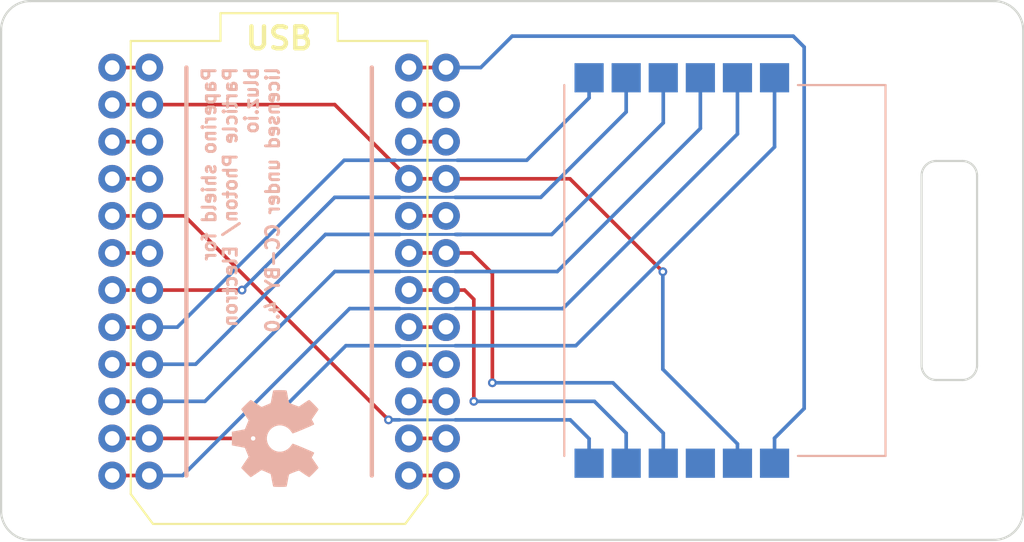
<source format=kicad_pcb>
(kicad_pcb (version 20171130) (host pcbnew "(5.1.12)-1")

  (general
    (thickness 1.6)
    (drawings 33)
    (tracks 108)
    (zones 0)
    (modules 7)
    (nets 25)
  )

  (page A4)
  (layers
    (0 F.Cu signal)
    (31 B.Cu signal)
    (32 B.Adhes user)
    (33 F.Adhes user)
    (34 B.Paste user)
    (35 F.Paste user)
    (36 B.SilkS user)
    (37 F.SilkS user)
    (38 B.Mask user)
    (39 F.Mask user)
    (40 Dwgs.User user)
    (41 Cmts.User user)
    (42 Eco1.User user)
    (43 Eco2.User user)
    (44 Edge.Cuts user)
    (45 Margin user)
    (46 B.CrtYd user)
    (47 F.CrtYd user)
    (48 B.Fab user)
    (49 F.Fab user)
  )

  (setup
    (last_trace_width 0.25)
    (user_trace_width 0.2)
    (user_trace_width 0.25)
    (trace_clearance 0.2)
    (zone_clearance 0.3)
    (zone_45_only yes)
    (trace_min 0.2)
    (via_size 0.6)
    (via_drill 0.3)
    (via_min_size 0.4)
    (via_min_drill 0.3)
    (uvia_size 0.3)
    (uvia_drill 0.1)
    (uvias_allowed no)
    (uvia_min_size 0.2)
    (uvia_min_drill 0.1)
    (edge_width 0.15)
    (segment_width 0.3)
    (pcb_text_width 0.3)
    (pcb_text_size 1.5 1.5)
    (mod_edge_width 0.15)
    (mod_text_size 1 1)
    (mod_text_width 0.15)
    (pad_size 1.524 1.524)
    (pad_drill 0.762)
    (pad_to_mask_clearance 0.1)
    (aux_axis_origin 0 0)
    (grid_origin 110.15 67.65)
    (visible_elements 7FFFFFFF)
    (pcbplotparams
      (layerselection 0x00030_80000001)
      (usegerberextensions false)
      (usegerberattributes true)
      (usegerberadvancedattributes true)
      (creategerberjobfile true)
      (excludeedgelayer true)
      (linewidth 0.100000)
      (plotframeref false)
      (viasonmask false)
      (mode 1)
      (useauxorigin false)
      (hpglpennumber 1)
      (hpglpenspeed 20)
      (hpglpendiameter 15.000000)
      (psnegative false)
      (psa4output false)
      (plotreference true)
      (plotvalue true)
      (plotinvisibletext false)
      (padsonsilk false)
      (subtractmaskfromsilk false)
      (outputformat 1)
      (mirror false)
      (drillshape 1)
      (scaleselection 1)
      (outputdirectory ""))
  )

  (net 0 "")
  (net 1 "Net-(A1-Pad1)")
  (net 2 "Net-(A1-Pad13)")
  (net 3 GND)
  (net 4 "Net-(A1-Pad3)")
  (net 5 "Net-(A1-Pad4)")
  (net 6 /INT1)
  (net 7 "Net-(A1-Pad6)")
  (net 8 /SPI_MOSI)
  (net 9 /SPI_MISO)
  (net 10 /SPI_CLK)
  (net 11 /SPI_CS1)
  (net 12 /~BUSY)
  (net 13 /~RST)
  (net 14 "Net-(A1-Pad14)")
  (net 15 "Net-(A1-Pad15)")
  (net 16 "Net-(A1-Pad16)")
  (net 17 "Net-(A1-Pad17)")
  (net 18 /SPI_CS2)
  (net 19 "Net-(A1-Pad20)")
  (net 20 "Net-(A1-Pad22)")
  (net 21 "Net-(A1-Pad23)")
  (net 22 +3V3)
  (net 23 "Net-(A2-Pad3)")
  (net 24 /INT2)

  (net_class Default "This is the default net class."
    (clearance 0.2)
    (trace_width 0.25)
    (via_dia 0.6)
    (via_drill 0.3)
    (uvia_dia 0.3)
    (uvia_drill 0.1)
    (add_net +3V3)
    (add_net /INT1)
    (add_net /INT2)
    (add_net /SPI_CLK)
    (add_net /SPI_CS1)
    (add_net /SPI_CS2)
    (add_net /SPI_MISO)
    (add_net /SPI_MOSI)
    (add_net /~BUSY)
    (add_net /~RST)
    (add_net GND)
    (add_net "Net-(A1-Pad1)")
    (add_net "Net-(A1-Pad13)")
    (add_net "Net-(A1-Pad14)")
    (add_net "Net-(A1-Pad15)")
    (add_net "Net-(A1-Pad16)")
    (add_net "Net-(A1-Pad17)")
    (add_net "Net-(A1-Pad20)")
    (add_net "Net-(A1-Pad22)")
    (add_net "Net-(A1-Pad23)")
    (add_net "Net-(A1-Pad3)")
    (add_net "Net-(A1-Pad4)")
    (add_net "Net-(A1-Pad6)")
    (add_net "Net-(A2-Pad3)")
  )

  (module Paperino:paperino_module locked (layer B.Cu) (tedit 58D4C9CE) (tstamp 58D4CA5F)
    (at 149.57 81.55 90)
    (path /58D39C7F)
    (fp_text reference A2 (at -11.1 12.35 90) (layer B.SilkS) hide
      (effects (font (size 1 1) (thickness 0.15)) (justify mirror))
    )
    (fp_text value paperino_module (at -6.4 -13.5 90) (layer B.Fab) hide
      (effects (font (size 1 1) (thickness 0.15)) (justify mirror))
    )
    (fp_line (start -12.7 11) (end 12.7 11) (layer B.SilkS) (width 0.15))
    (fp_line (start -12.7 -11) (end 12.7 -11) (layer B.SilkS) (width 0.15))
    (fp_line (start -12.7 11) (end -12.7 5) (layer B.SilkS) (width 0.15))
    (fp_line (start 12.7 5) (end 12.7 11) (layer B.SilkS) (width 0.15))
    (pad 1 smd rect (at -12.7 3.4 90) (size 2 2) (drill (offset -0.5 0)) (layers B.Cu B.Paste B.Mask)
      (net 22 +3V3))
    (pad 7 smd rect (at 12.7 -9.3 90) (size 2 2) (drill (offset 0.5 0)) (layers B.Cu B.Paste B.Mask)
      (net 9 /SPI_MISO))
    (pad 2 smd rect (at -12.7 0.86 90) (size 2 2) (drill (offset -0.5 0)) (layers B.Cu B.Paste B.Mask)
      (net 3 GND))
    (pad 3 smd rect (at -12.7 -1.68 90) (size 2 2) (drill (offset -0.5 0)) (layers B.Cu B.Paste B.Mask)
      (net 23 "Net-(A2-Pad3)"))
    (pad 4 smd rect (at -12.7 -4.22 90) (size 2 2) (drill (offset -0.5 0)) (layers B.Cu B.Paste B.Mask)
      (net 18 /SPI_CS2))
    (pad 5 smd rect (at -12.7 -6.76 90) (size 2 2) (drill (offset -0.5 0)) (layers B.Cu B.Paste B.Mask)
      (net 24 /INT2))
    (pad 6 smd rect (at -12.7 -9.3 90) (size 2 2) (drill (offset -0.5 0)) (layers B.Cu B.Paste B.Mask)
      (net 6 /INT1))
    (pad 8 smd rect (at 12.7 -6.76 90) (size 2 2) (drill (offset 0.5 0)) (layers B.Cu B.Paste B.Mask)
      (net 8 /SPI_MOSI))
    (pad 9 smd rect (at 12.7 -4.22 90) (size 2 2) (drill (offset 0.5 0)) (layers B.Cu B.Paste B.Mask)
      (net 10 /SPI_CLK))
    (pad 10 smd rect (at 12.7 -1.68 90) (size 2 2) (drill (offset 0.5 0)) (layers B.Cu B.Paste B.Mask)
      (net 11 /SPI_CS1))
    (pad 11 smd rect (at 12.7 0.86 90) (size 2 2) (drill (offset 0.5 0)) (layers B.Cu B.Paste B.Mask)
      (net 13 /~RST))
    (pad 12 smd rect (at 12.7 3.4 90) (size 2 2) (drill (offset 0.5 0)) (layers B.Cu B.Paste B.Mask)
      (net 12 /~BUSY))
  )

  (module Paperino:mounting_hole_1.5 locked (layer F.Cu) (tedit 58D4C3AF) (tstamp 58D4CA64)
    (at 102.54 97.46)
    (path /58D4C49F)
    (fp_text reference M1 (at -1.0541 -2.0955) (layer F.SilkS) hide
      (effects (font (size 1 1) (thickness 0.15)))
    )
    (fp_text value Mounting_hole (at 0 1.7653) (layer F.Fab) hide
      (effects (font (size 1 1) (thickness 0.15)))
    )
    (pad "" np_thru_hole circle (at 0 0) (size 1.5 1.5) (drill 1.5) (layers *.Cu *.Mask))
  )

  (module Paperino:mounting_hole_1.5 locked (layer F.Cu) (tedit 58D4C3AF) (tstamp 58D4CA69)
    (at 167.46 65.64)
    (path /58D4C672)
    (fp_text reference M2 (at -1.0541 -2.0955) (layer F.SilkS) hide
      (effects (font (size 1 1) (thickness 0.15)))
    )
    (fp_text value Mounting_hole (at 0 1.7653) (layer F.Fab) hide
      (effects (font (size 1 1) (thickness 0.15)))
    )
    (pad "" np_thru_hole circle (at 0 0) (size 1.5 1.5) (drill 1.5) (layers *.Cu *.Mask))
  )

  (module Paperino:mounting_hole_1.5 locked (layer F.Cu) (tedit 58D4C3AF) (tstamp 58D4CA6E)
    (at 102.54 65.64)
    (path /58D4C696)
    (fp_text reference M3 (at -1.0541 -2.0955) (layer F.SilkS) hide
      (effects (font (size 1 1) (thickness 0.15)))
    )
    (fp_text value Mounting_hole (at 0 1.7653) (layer F.Fab) hide
      (effects (font (size 1 1) (thickness 0.15)))
    )
    (pad "" np_thru_hole circle (at 0 0) (size 1.5 1.5) (drill 1.5) (layers *.Cu *.Mask))
  )

  (module Paperino:mounting_hole_1.5 locked (layer F.Cu) (tedit 58D4C3AF) (tstamp 58D4CA73)
    (at 167.46 97.46)
    (path /58D4C6BB)
    (fp_text reference M4 (at -1.0541 -2.0955) (layer F.SilkS) hide
      (effects (font (size 1 1) (thickness 0.15)))
    )
    (fp_text value Mounting_hole (at 0 1.7653) (layer F.Fab) hide
      (effects (font (size 1 1) (thickness 0.15)))
    )
    (pad "" np_thru_hole circle (at 0 0) (size 1.5 1.5) (drill 1.5) (layers *.Cu *.Mask))
  )

  (module Paperino:photon_headers locked (layer F.Cu) (tedit 0) (tstamp 58D4CA4B)
    (at 108.88 99.908)
    (path /58D3965C)
    (fp_text reference A1 (at 2.2 2) (layer F.SilkS) hide
      (effects (font (size 1 1) (thickness 0.15)))
    )
    (fp_text value Photon (at 10.75 1.65) (layer F.Fab) hide
      (effects (font (size 1 1) (thickness 0.15)))
    )
    (fp_line (start 0 -3.048) (end 0 -34.076) (layer F.SilkS) (width 0.15))
    (fp_line (start 1.524 -1) (end 18.796 -1) (layer F.SilkS) (width 0.15))
    (fp_line (start 20.32 -3.048) (end 20.32 -34.0741) (layer F.SilkS) (width 0.15))
    (fp_line (start 0 -34.076) (end 6.1468 -34.076) (layer F.SilkS) (width 0.15))
    (fp_line (start 6.1468 -34.076) (end 6.1468 -35.981) (layer F.SilkS) (width 0.15))
    (fp_line (start 6.1468 -35.981) (end 14.1732 -35.981) (layer F.SilkS) (width 0.15))
    (fp_line (start 14.1732 -35.981) (end 14.1732 -34.076) (layer F.SilkS) (width 0.15))
    (fp_line (start 14.1732 -34.076) (end 20.32 -34.076) (layer F.SilkS) (width 0.15))
    (fp_line (start 1.524 -1) (end 0 -3.048) (layer F.SilkS) (width 0.15))
    (fp_line (start 20.32 -3.048) (end 18.796 -1) (layer F.SilkS) (width 0.15))
    (pad 1 thru_hole circle (at 1.27 -32.258) (size 1.9 1.9) (drill 1) (layers *.Cu *.Mask)
      (net 1 "Net-(A1-Pad1)"))
    (pad 13 thru_hole circle (at 19.05 -4.318) (size 1.9 1.9) (drill 1) (layers *.Cu *.Mask)
      (net 2 "Net-(A1-Pad13)"))
    (pad 2 thru_hole circle (at 1.27 -29.718) (size 1.9 1.9) (drill 1) (layers *.Cu *.Mask)
      (net 3 GND))
    (pad 3 thru_hole circle (at 1.27 -27.178) (size 1.9 1.9) (drill 1) (layers *.Cu *.Mask)
      (net 4 "Net-(A1-Pad3)"))
    (pad 4 thru_hole circle (at 1.27 -24.638) (size 1.9 1.9) (drill 1) (layers *.Cu *.Mask)
      (net 5 "Net-(A1-Pad4)"))
    (pad 5 thru_hole circle (at 1.27 -22.098) (size 1.9 1.9) (drill 1) (layers *.Cu *.Mask)
      (net 6 /INT1))
    (pad 6 thru_hole circle (at 1.27 -19.558) (size 1.9 1.9) (drill 1) (layers *.Cu *.Mask)
      (net 7 "Net-(A1-Pad6)"))
    (pad 7 thru_hole circle (at 1.27 -17.018) (size 1.9 1.9) (drill 1) (layers *.Cu *.Mask)
      (net 8 /SPI_MOSI))
    (pad 8 thru_hole circle (at 1.27 -14.478) (size 1.9 1.9) (drill 1) (layers *.Cu *.Mask)
      (net 9 /SPI_MISO))
    (pad 9 thru_hole circle (at 1.27 -11.938) (size 1.9 1.9) (drill 1) (layers *.Cu *.Mask)
      (net 10 /SPI_CLK))
    (pad 10 thru_hole circle (at 1.27 -9.398) (size 1.9 1.9) (drill 1) (layers *.Cu *.Mask)
      (net 11 /SPI_CS1))
    (pad 11 thru_hole circle (at 1.27 -6.858) (size 1.9 1.9) (drill 1) (layers *.Cu *.Mask)
      (net 12 /~BUSY))
    (pad 12 thru_hole circle (at 1.27 -4.318) (size 1.9 1.9) (drill 1) (layers *.Cu *.Mask)
      (net 13 /~RST))
    (pad 14 thru_hole circle (at 19.05 -6.858) (size 1.9 1.9) (drill 1) (layers *.Cu *.Mask)
      (net 14 "Net-(A1-Pad14)"))
    (pad 15 thru_hole circle (at 19.05 -9.398) (size 1.9 1.9) (drill 1) (layers *.Cu *.Mask)
      (net 15 "Net-(A1-Pad15)"))
    (pad 16 thru_hole circle (at 19.05 -11.938) (size 1.9 1.9) (drill 1) (layers *.Cu *.Mask)
      (net 16 "Net-(A1-Pad16)"))
    (pad 17 thru_hole circle (at 19.05 -14.478) (size 1.9 1.9) (drill 1) (layers *.Cu *.Mask)
      (net 17 "Net-(A1-Pad17)"))
    (pad 18 thru_hole circle (at 19.05 -17.018) (size 1.9 1.9) (drill 1) (layers *.Cu *.Mask)
      (net 24 /INT2))
    (pad 19 thru_hole circle (at 19.05 -19.558) (size 1.9 1.9) (drill 1) (layers *.Cu *.Mask)
      (net 18 /SPI_CS2))
    (pad 20 thru_hole circle (at 19.05 -22.098) (size 1.9 1.9) (drill 1) (layers *.Cu *.Mask)
      (net 19 "Net-(A1-Pad20)"))
    (pad 21 thru_hole circle (at 19.05 -24.638) (size 1.9 1.9) (drill 1) (layers *.Cu *.Mask)
      (net 3 GND))
    (pad 22 thru_hole circle (at 19.05 -27.178) (size 1.9 1.9) (drill 1) (layers *.Cu *.Mask)
      (net 20 "Net-(A1-Pad22)"))
    (pad 23 thru_hole circle (at 19.05 -29.718) (size 1.9 1.9) (drill 1) (layers *.Cu *.Mask)
      (net 21 "Net-(A1-Pad23)"))
    (pad 24 thru_hole circle (at 19.05 -32.258) (size 1.9 1.9) (drill 1) (layers *.Cu *.Mask)
      (net 22 +3V3))
    (pad 1 thru_hole circle (at -1.27 -32.258) (size 1.9 1.9) (drill 1) (layers *.Cu *.Mask)
      (net 1 "Net-(A1-Pad1)"))
    (pad 2 thru_hole circle (at -1.27 -29.718) (size 1.9 1.9) (drill 1) (layers *.Cu *.Mask)
      (net 3 GND))
    (pad 3 thru_hole circle (at -1.27 -27.178) (size 1.9 1.9) (drill 1) (layers *.Cu *.Mask)
      (net 4 "Net-(A1-Pad3)"))
    (pad 4 thru_hole circle (at -1.27 -24.638) (size 1.9 1.9) (drill 1) (layers *.Cu *.Mask)
      (net 5 "Net-(A1-Pad4)"))
    (pad 5 thru_hole circle (at -1.27 -22.098) (size 1.9 1.9) (drill 1) (layers *.Cu *.Mask)
      (net 6 /INT1))
    (pad 6 thru_hole circle (at -1.27 -19.558) (size 1.9 1.9) (drill 1) (layers *.Cu *.Mask)
      (net 7 "Net-(A1-Pad6)"))
    (pad 7 thru_hole circle (at -1.27 -17.018) (size 1.9 1.9) (drill 1) (layers *.Cu *.Mask)
      (net 8 /SPI_MOSI))
    (pad 8 thru_hole circle (at -1.27 -14.478) (size 1.9 1.9) (drill 1) (layers *.Cu *.Mask)
      (net 9 /SPI_MISO))
    (pad 9 thru_hole circle (at -1.27 -11.938) (size 1.9 1.9) (drill 1) (layers *.Cu *.Mask)
      (net 10 /SPI_CLK))
    (pad 10 thru_hole circle (at -1.27 -9.398) (size 1.9 1.9) (drill 1) (layers *.Cu *.Mask)
      (net 11 /SPI_CS1))
    (pad 11 thru_hole circle (at -1.27 -6.858) (size 1.9 1.9) (drill 1) (layers *.Cu *.Mask)
      (net 12 /~BUSY))
    (pad 12 thru_hole circle (at -1.27 -4.318) (size 1.9 1.9) (drill 1) (layers *.Cu *.Mask)
      (net 13 /~RST))
    (pad 13 thru_hole circle (at 21.59 -4.318) (size 1.9 1.9) (drill 1) (layers *.Cu *.Mask)
      (net 2 "Net-(A1-Pad13)"))
    (pad 14 thru_hole circle (at 21.59 -6.858) (size 1.9 1.9) (drill 1) (layers *.Cu *.Mask)
      (net 14 "Net-(A1-Pad14)"))
    (pad 15 thru_hole circle (at 21.59 -9.398) (size 1.9 1.9) (drill 1) (layers *.Cu *.Mask)
      (net 15 "Net-(A1-Pad15)"))
    (pad 16 thru_hole circle (at 21.59 -11.938) (size 1.9 1.9) (drill 1) (layers *.Cu *.Mask)
      (net 16 "Net-(A1-Pad16)"))
    (pad 17 thru_hole circle (at 21.59 -14.478) (size 1.9 1.9) (drill 1) (layers *.Cu *.Mask)
      (net 17 "Net-(A1-Pad17)"))
    (pad 18 thru_hole circle (at 21.59 -17.018) (size 1.9 1.9) (drill 1) (layers *.Cu *.Mask)
      (net 24 /INT2))
    (pad 19 thru_hole circle (at 21.59 -19.558) (size 1.9 1.9) (drill 1) (layers *.Cu *.Mask)
      (net 18 /SPI_CS2))
    (pad 20 thru_hole circle (at 21.59 -22.098) (size 1.9 1.9) (drill 1) (layers *.Cu *.Mask)
      (net 19 "Net-(A1-Pad20)"))
    (pad 21 thru_hole circle (at 21.59 -24.638) (size 1.9 1.9) (drill 1) (layers *.Cu *.Mask)
      (net 3 GND))
    (pad 22 thru_hole circle (at 21.59 -27.178) (size 1.9 1.9) (drill 1) (layers *.Cu *.Mask)
      (net 20 "Net-(A1-Pad22)"))
    (pad 23 thru_hole circle (at 21.59 -29.718) (size 1.9 1.9) (drill 1) (layers *.Cu *.Mask)
      (net 21 "Net-(A1-Pad23)"))
    (pad 24 thru_hole circle (at 21.59 -32.258) (size 1.9 1.9) (drill 1) (layers *.Cu *.Mask)
      (net 22 +3V3))
  )

  (module Symbols:OSHW-Symbol_6.7x6mm_SilkScreen (layer B.Cu) (tedit 0) (tstamp 58EB38CA)
    (at 118.786 93.05 270)
    (descr "Open Source Hardware Symbol")
    (tags "Logo Symbol OSHW")
    (attr virtual)
    (fp_text reference REF*** (at 0 0 270) (layer B.SilkS) hide
      (effects (font (size 1 1) (thickness 0.15)) (justify mirror))
    )
    (fp_text value OSHW-Symbol_6.7x6mm_SilkScreen (at 0.75 0 270) (layer B.Fab) hide
      (effects (font (size 1 1) (thickness 0.15)) (justify mirror))
    )
    (fp_poly (pts (xy 0.555814 2.531069) (xy 0.639635 2.086445) (xy 0.94892 1.958947) (xy 1.258206 1.831449)
      (xy 1.629246 2.083754) (xy 1.733157 2.154004) (xy 1.827087 2.216728) (xy 1.906652 2.269062)
      (xy 1.96747 2.308143) (xy 2.005157 2.331107) (xy 2.015421 2.336058) (xy 2.03391 2.323324)
      (xy 2.07342 2.288118) (xy 2.129522 2.234938) (xy 2.197787 2.168282) (xy 2.273786 2.092646)
      (xy 2.353092 2.012528) (xy 2.431275 1.932426) (xy 2.503907 1.856836) (xy 2.566559 1.790255)
      (xy 2.614803 1.737182) (xy 2.64421 1.702113) (xy 2.651241 1.690377) (xy 2.641123 1.66874)
      (xy 2.612759 1.621338) (xy 2.569129 1.552807) (xy 2.513218 1.467785) (xy 2.448006 1.370907)
      (xy 2.410219 1.31565) (xy 2.341343 1.214752) (xy 2.28014 1.123701) (xy 2.229578 1.04703)
      (xy 2.192628 0.989272) (xy 2.172258 0.954957) (xy 2.169197 0.947746) (xy 2.176136 0.927252)
      (xy 2.195051 0.879487) (xy 2.223087 0.811168) (xy 2.257391 0.729011) (xy 2.295109 0.63973)
      (xy 2.333387 0.550042) (xy 2.36937 0.466662) (xy 2.400206 0.396306) (xy 2.423039 0.34569)
      (xy 2.435017 0.321529) (xy 2.435724 0.320578) (xy 2.454531 0.315964) (xy 2.504618 0.305672)
      (xy 2.580793 0.290713) (xy 2.677865 0.272099) (xy 2.790643 0.250841) (xy 2.856442 0.238582)
      (xy 2.97695 0.215638) (xy 3.085797 0.193805) (xy 3.177476 0.174278) (xy 3.246481 0.158252)
      (xy 3.287304 0.146921) (xy 3.295511 0.143326) (xy 3.303548 0.118994) (xy 3.310033 0.064041)
      (xy 3.31497 -0.015108) (xy 3.318364 -0.112026) (xy 3.320218 -0.220287) (xy 3.320538 -0.333465)
      (xy 3.319327 -0.445135) (xy 3.31659 -0.548868) (xy 3.312331 -0.638241) (xy 3.306555 -0.706826)
      (xy 3.299267 -0.748197) (xy 3.294895 -0.75681) (xy 3.268764 -0.767133) (xy 3.213393 -0.781892)
      (xy 3.136107 -0.799352) (xy 3.04423 -0.81778) (xy 3.012158 -0.823741) (xy 2.857524 -0.852066)
      (xy 2.735375 -0.874876) (xy 2.641673 -0.89308) (xy 2.572384 -0.907583) (xy 2.523471 -0.919292)
      (xy 2.490897 -0.929115) (xy 2.470628 -0.937956) (xy 2.458626 -0.946724) (xy 2.456947 -0.948457)
      (xy 2.440184 -0.976371) (xy 2.414614 -1.030695) (xy 2.382788 -1.104777) (xy 2.34726 -1.191965)
      (xy 2.310583 -1.285608) (xy 2.275311 -1.379052) (xy 2.243996 -1.465647) (xy 2.219193 -1.53874)
      (xy 2.203454 -1.591678) (xy 2.199332 -1.617811) (xy 2.199676 -1.618726) (xy 2.213641 -1.640086)
      (xy 2.245322 -1.687084) (xy 2.291391 -1.754827) (xy 2.348518 -1.838423) (xy 2.413373 -1.932982)
      (xy 2.431843 -1.959854) (xy 2.497699 -2.057275) (xy 2.55565 -2.146163) (xy 2.602538 -2.221412)
      (xy 2.635207 -2.27792) (xy 2.6505 -2.310581) (xy 2.651241 -2.314593) (xy 2.638392 -2.335684)
      (xy 2.602888 -2.377464) (xy 2.549293 -2.435445) (xy 2.482171 -2.505135) (xy 2.406087 -2.582045)
      (xy 2.325604 -2.661683) (xy 2.245287 -2.739561) (xy 2.169699 -2.811186) (xy 2.103405 -2.87207)
      (xy 2.050969 -2.917721) (xy 2.016955 -2.94365) (xy 2.007545 -2.947883) (xy 1.985643 -2.937912)
      (xy 1.9408 -2.91102) (xy 1.880321 -2.871736) (xy 1.833789 -2.840117) (xy 1.749475 -2.782098)
      (xy 1.649626 -2.713784) (xy 1.549473 -2.645579) (xy 1.495627 -2.609075) (xy 1.313371 -2.4858)
      (xy 1.160381 -2.56852) (xy 1.090682 -2.604759) (xy 1.031414 -2.632926) (xy 0.991311 -2.648991)
      (xy 0.981103 -2.651226) (xy 0.968829 -2.634722) (xy 0.944613 -2.588082) (xy 0.910263 -2.515609)
      (xy 0.867588 -2.421606) (xy 0.818394 -2.310374) (xy 0.76449 -2.186215) (xy 0.707684 -2.053432)
      (xy 0.649782 -1.916327) (xy 0.592593 -1.779202) (xy 0.537924 -1.646358) (xy 0.487584 -1.522098)
      (xy 0.44338 -1.410725) (xy 0.407119 -1.316539) (xy 0.380609 -1.243844) (xy 0.365658 -1.196941)
      (xy 0.363254 -1.180833) (xy 0.382311 -1.160286) (xy 0.424036 -1.126933) (xy 0.479706 -1.087702)
      (xy 0.484378 -1.084599) (xy 0.628264 -0.969423) (xy 0.744283 -0.835053) (xy 0.83143 -0.685784)
      (xy 0.888699 -0.525913) (xy 0.915086 -0.359737) (xy 0.909585 -0.191552) (xy 0.87119 -0.025655)
      (xy 0.798895 0.133658) (xy 0.777626 0.168513) (xy 0.666996 0.309263) (xy 0.536302 0.422286)
      (xy 0.390064 0.506997) (xy 0.232808 0.562806) (xy 0.069057 0.589126) (xy -0.096667 0.58537)
      (xy -0.259838 0.55095) (xy -0.415935 0.485277) (xy -0.560433 0.387765) (xy -0.605131 0.348187)
      (xy -0.718888 0.224297) (xy -0.801782 0.093876) (xy -0.858644 -0.052315) (xy -0.890313 -0.197088)
      (xy -0.898131 -0.35986) (xy -0.872062 -0.52344) (xy -0.814755 -0.682298) (xy -0.728856 -0.830906)
      (xy -0.617014 -0.963735) (xy -0.481877 -1.075256) (xy -0.464117 -1.087011) (xy -0.40785 -1.125508)
      (xy -0.365077 -1.158863) (xy -0.344628 -1.18016) (xy -0.344331 -1.180833) (xy -0.348721 -1.203871)
      (xy -0.366124 -1.256157) (xy -0.394732 -1.33339) (xy -0.432735 -1.431268) (xy -0.478326 -1.545491)
      (xy -0.529697 -1.671758) (xy -0.585038 -1.805767) (xy -0.642542 -1.943218) (xy -0.700399 -2.079808)
      (xy -0.756802 -2.211237) (xy -0.809942 -2.333205) (xy -0.85801 -2.441409) (xy -0.899199 -2.531549)
      (xy -0.931699 -2.599323) (xy -0.953703 -2.64043) (xy -0.962564 -2.651226) (xy -0.98964 -2.642819)
      (xy -1.040303 -2.620272) (xy -1.105817 -2.587613) (xy -1.141841 -2.56852) (xy -1.294832 -2.4858)
      (xy -1.477088 -2.609075) (xy -1.570125 -2.672228) (xy -1.671985 -2.741727) (xy -1.767438 -2.807165)
      (xy -1.81525 -2.840117) (xy -1.882495 -2.885273) (xy -1.939436 -2.921057) (xy -1.978646 -2.942938)
      (xy -1.991381 -2.947563) (xy -2.009917 -2.935085) (xy -2.050941 -2.900252) (xy -2.110475 -2.846678)
      (xy -2.184542 -2.777983) (xy -2.269165 -2.697781) (xy -2.322685 -2.646286) (xy -2.416319 -2.554286)
      (xy -2.497241 -2.471999) (xy -2.562177 -2.402945) (xy -2.607858 -2.350644) (xy -2.631011 -2.318616)
      (xy -2.633232 -2.312116) (xy -2.622924 -2.287394) (xy -2.594439 -2.237405) (xy -2.550937 -2.167212)
      (xy -2.495577 -2.081875) (xy -2.43152 -1.986456) (xy -2.413303 -1.959854) (xy -2.346927 -1.863167)
      (xy -2.287378 -1.776117) (xy -2.237984 -1.703595) (xy -2.202075 -1.650493) (xy -2.182981 -1.621703)
      (xy -2.181136 -1.618726) (xy -2.183895 -1.595782) (xy -2.198538 -1.545336) (xy -2.222513 -1.474041)
      (xy -2.253266 -1.388547) (xy -2.288244 -1.295507) (xy -2.324893 -1.201574) (xy -2.360661 -1.113399)
      (xy -2.392994 -1.037634) (xy -2.419338 -0.980931) (xy -2.437142 -0.949943) (xy -2.438407 -0.948457)
      (xy -2.449294 -0.939601) (xy -2.467682 -0.930843) (xy -2.497606 -0.921277) (xy -2.543103 -0.909996)
      (xy -2.608209 -0.896093) (xy -2.696961 -0.878663) (xy -2.813393 -0.856798) (xy -2.961542 -0.829591)
      (xy -2.993618 -0.823741) (xy -3.088686 -0.805374) (xy -3.171565 -0.787405) (xy -3.23493 -0.771569)
      (xy -3.271458 -0.7596) (xy -3.276356 -0.75681) (xy -3.284427 -0.732072) (xy -3.290987 -0.67679)
      (xy -3.296033 -0.597389) (xy -3.299559 -0.500296) (xy -3.301561 -0.391938) (xy -3.302036 -0.27874)
      (xy -3.300977 -0.167128) (xy -3.298382 -0.063529) (xy -3.294246 0.025632) (xy -3.288563 0.093928)
      (xy -3.281331 0.134934) (xy -3.276971 0.143326) (xy -3.252698 0.151792) (xy -3.197426 0.165565)
      (xy -3.116662 0.18345) (xy -3.015912 0.204252) (xy -2.900683 0.226777) (xy -2.837902 0.238582)
      (xy -2.718787 0.260849) (xy -2.612565 0.281021) (xy -2.524427 0.298085) (xy -2.459566 0.311031)
      (xy -2.423174 0.318845) (xy -2.417184 0.320578) (xy -2.407061 0.34011) (xy -2.385662 0.387157)
      (xy -2.355839 0.454997) (xy -2.320445 0.536909) (xy -2.282332 0.626172) (xy -2.244353 0.716065)
      (xy -2.20936 0.799865) (xy -2.180206 0.870853) (xy -2.159743 0.922306) (xy -2.150823 0.947503)
      (xy -2.150657 0.948604) (xy -2.160769 0.968481) (xy -2.189117 1.014223) (xy -2.232723 1.081283)
      (xy -2.288606 1.165116) (xy -2.353787 1.261174) (xy -2.391679 1.31635) (xy -2.460725 1.417519)
      (xy -2.52205 1.50937) (xy -2.572663 1.587256) (xy -2.609571 1.646531) (xy -2.629782 1.682549)
      (xy -2.632701 1.690623) (xy -2.620153 1.709416) (xy -2.585463 1.749543) (xy -2.533063 1.806507)
      (xy -2.467384 1.875815) (xy -2.392856 1.952969) (xy -2.313913 2.033475) (xy -2.234983 2.112837)
      (xy -2.1605 2.18656) (xy -2.094894 2.250148) (xy -2.042596 2.299106) (xy -2.008039 2.328939)
      (xy -1.996478 2.336058) (xy -1.977654 2.326047) (xy -1.932631 2.297922) (xy -1.865787 2.254546)
      (xy -1.781499 2.198782) (xy -1.684144 2.133494) (xy -1.610707 2.083754) (xy -1.239667 1.831449)
      (xy -0.621095 2.086445) (xy -0.537275 2.531069) (xy -0.453454 2.975693) (xy 0.471994 2.975693)
      (xy 0.555814 2.531069)) (layer B.SilkS) (width 0.01))
  )

  (gr_text USB (at 119.04 65.65) (layer F.SilkS)
    (effects (font (size 1.5 1.5) (thickness 0.3)))
  )
  (gr_text "Paperino shield for \nParticle Photon/ Electron\nbluz.io\nlicensed under CC-BY 4.0" (at 116.425 67.525 90) (layer B.SilkS)
    (effects (font (size 0.9 0.9) (thickness 0.2)) (justify left mirror))
  )
  (gr_text "z-axis milling\ntop side\n-0.8 mm" (at 146.91 81.89) (layer Eco1.User)
    (effects (font (size 1.5 1.5) (thickness 0.3)))
  )
  (gr_line (start 125.39 95.59) (end 125.39 67.65) (layer B.SilkS) (width 0.3))
  (gr_line (start 112.69 67.65) (end 112.69 95.59) (layer B.SilkS) (width 0.3))
  (gr_line (start 135.24 67.27) (end 135.24 95.83) (layer Eco1.User) (width 0.15))
  (gr_line (start 157.76 66.27) (end 136.24 66.27) (layer Eco1.User) (width 0.15) (tstamp 58DE004D))
  (gr_line (start 158.76 74.05) (end 158.76 67.27) (layer Eco1.User) (width 0.15) (tstamp 58DDFFE1))
  (gr_line (start 164.54 74.05) (end 158.76 74.05) (layer Eco1.User) (width 0.15) (tstamp 58DDFFE0))
  (gr_line (start 157.76 96.83) (end 136.24 96.83) (layer Eco1.User) (width 0.15))
  (gr_line (start 158.76 89.05) (end 158.76 95.83) (layer Eco1.User) (width 0.15))
  (gr_line (start 164.54 89.05) (end 158.76 89.05) (layer Eco1.User) (width 0.15))
  (gr_line (start 164.54 89.05) (end 164.54 74.05) (layer Eco1.User) (width 0.15))
  (gr_line (start 163.04 75.05) (end 163.04 88.05) (layer Edge.Cuts) (width 0.15) (tstamp 58DDFB98))
  (gr_line (start 165.84 89.05) (end 164.04 89.05) (layer Edge.Cuts) (width 0.15) (tstamp 58DDFB57))
  (gr_line (start 165.84 74.05) (end 164.04 74.05) (layer Edge.Cuts) (width 0.15))
  (gr_line (start 166.84 75.05) (end 166.84 88.05) (layer Edge.Cuts) (width 0.15))
  (gr_line (start 100 65.1) (end 100 98) (layer Edge.Cuts) (width 0.15))
  (gr_line (start 168 63.1) (end 102 63.1) (layer Edge.Cuts) (width 0.15))
  (gr_line (start 170 98) (end 170 65) (layer Edge.Cuts) (width 0.15))
  (gr_line (start 102 100) (end 168 100) (layer Edge.Cuts) (width 0.15))
  (gr_arc (start 136.24 67.27) (end 135.24 67.27) (angle 90) (layer Eco1.User) (width 0.15) (tstamp 58DE006B))
  (gr_arc (start 157.76 67.27) (end 157.76 66.27) (angle 90) (layer Eco1.User) (width 0.15) (tstamp 58DE000B))
  (gr_arc (start 136.24 95.83) (end 136.24 96.83) (angle 90) (layer Eco1.User) (width 0.15) (tstamp 58DDFFAB))
  (gr_arc (start 157.76 95.83) (end 158.76 95.83) (angle 90) (layer Eco1.User) (width 0.15))
  (gr_arc (start 164.04 75.05) (end 164.04 74.05) (angle -90) (layer Edge.Cuts) (width 0.15) (tstamp 58DDFBA4))
  (gr_arc (start 164.04 88.05) (end 164.04 89.05) (angle 90) (layer Edge.Cuts) (width 0.15) (tstamp 58DDFB6E))
  (gr_arc (start 165.84 75.05) (end 165.84 74.05) (angle 90) (layer Edge.Cuts) (width 0.15))
  (gr_arc (start 165.84 88.05) (end 166.84 88.05) (angle 90) (layer Edge.Cuts) (width 0.15))
  (gr_arc (start 168 65.1) (end 168 63.1) (angle 87.13759477) (layer Edge.Cuts) (width 0.15))
  (gr_arc (start 168 98) (end 170 98) (angle 90) (layer Edge.Cuts) (width 0.15))
  (gr_arc (start 102 65.1) (end 100 65.1) (angle 90) (layer Edge.Cuts) (width 0.15))
  (gr_arc (start 102 98) (end 102 100) (angle 90) (layer Edge.Cuts) (width 0.15))

  (segment (start 107.61 67.65) (end 110.15 67.65) (width 0.25) (layer F.Cu) (net 1))
  (segment (start 127.93 95.59) (end 130.47 95.59) (width 0.25) (layer F.Cu) (net 2))
  (segment (start 150.43 94.25) (end 150.43 93.4249) (width 0.25) (layer B.Cu) (net 3))
  (segment (start 130.47 75.27) (end 138.9579 75.27) (width 0.25) (layer F.Cu) (net 3))
  (segment (start 138.9579 75.27) (end 145.3189 81.631) (width 0.25) (layer F.Cu) (net 3))
  (segment (start 150.43 93.4249) (end 145.3189 88.3138) (width 0.25) (layer B.Cu) (net 3))
  (segment (start 145.3189 88.3138) (end 145.3189 81.631) (width 0.25) (layer B.Cu) (net 3))
  (segment (start 127.93 75.27) (end 130.47 75.27) (width 0.25) (layer F.Cu) (net 3))
  (segment (start 127.93 75.27) (end 122.85 70.19) (width 0.25) (layer F.Cu) (net 3))
  (segment (start 122.85 70.19) (end 110.15 70.19) (width 0.25) (layer F.Cu) (net 3))
  (segment (start 107.61 70.19) (end 110.15 70.19) (width 0.25) (layer F.Cu) (net 3))
  (via (at 145.3189 81.631) (size 0.6) (layers F.Cu B.Cu) (net 3))
  (segment (start 107.61 72.73) (end 110.15 72.73) (width 0.25) (layer F.Cu) (net 4))
  (segment (start 107.61 75.27) (end 110.15 75.27) (width 0.25) (layer F.Cu) (net 5))
  (segment (start 110.15 77.81) (end 107.61 77.81) (width 0.25) (layer F.Cu) (net 6))
  (segment (start 140.27 94.25) (end 140.27 93.071) (width 0.25) (layer B.Cu) (net 6))
  (segment (start 140.27 93.071) (end 138.979 91.78) (width 0.25) (layer B.Cu) (net 6))
  (segment (start 138.979 91.78) (end 131.105 91.78) (width 0.25) (layer B.Cu) (net 6))
  (segment (start 131.105 91.78) (end 127.295 91.78) (width 0.2) (layer B.Cu) (net 6))
  (segment (start 110.15 77.81) (end 112.563 77.81) (width 0.25) (layer F.Cu) (net 6))
  (segment (start 112.563 77.81) (end 126.533 91.78) (width 0.25) (layer F.Cu) (net 6))
  (segment (start 126.533 91.78) (end 127.295 91.78) (width 0.25) (layer B.Cu) (net 6))
  (via (at 126.533 91.78) (size 0.6) (layers F.Cu B.Cu) (net 6))
  (segment (start 107.61 80.35) (end 110.15 80.35) (width 0.25) (layer F.Cu) (net 7))
  (segment (start 107.61 82.89) (end 110.15 82.89) (width 0.25) (layer F.Cu) (net 8))
  (segment (start 142.81 68.85) (end 142.81 70.6897) (width 0.25) (layer B.Cu) (net 8))
  (segment (start 142.81 70.6897) (end 136.96 76.54) (width 0.25) (layer B.Cu) (net 8))
  (segment (start 136.96 76.54) (end 131.105 76.54) (width 0.25) (layer B.Cu) (net 8))
  (segment (start 131.105 76.54) (end 127.295 76.54) (width 0.2) (layer B.Cu) (net 8))
  (segment (start 110.15 82.89) (end 116.5 82.89) (width 0.25) (layer F.Cu) (net 8))
  (segment (start 116.5 82.89) (end 122.85 76.54) (width 0.25) (layer B.Cu) (net 8))
  (segment (start 122.85 76.54) (end 127.295 76.54) (width 0.25) (layer B.Cu) (net 8))
  (via (at 116.5 82.89) (size 0.6) (layers F.Cu B.Cu) (net 8))
  (segment (start 107.61 85.43) (end 110.15 85.43) (width 0.25) (layer F.Cu) (net 9))
  (segment (start 140.27 68.85) (end 140.27 69.73) (width 0.25) (layer B.Cu) (net 9))
  (segment (start 140.27 69.73) (end 136 74) (width 0.25) (layer B.Cu) (net 9))
  (segment (start 136 74) (end 131.25 74) (width 0.25) (layer B.Cu) (net 9))
  (segment (start 131.25 74) (end 127 74) (width 0.2) (layer B.Cu) (net 9))
  (segment (start 127 74) (end 123.5 74) (width 0.25) (layer B.Cu) (net 9))
  (segment (start 123.5 74) (end 112.07 85.43) (width 0.25) (layer B.Cu) (net 9))
  (segment (start 112.07 85.43) (end 110.15 85.43) (width 0.25) (layer B.Cu) (net 9))
  (segment (start 131.486 79.08) (end 131.232 79.08) (width 0.25) (layer B.Cu) (net 10))
  (segment (start 145.35 68.85) (end 145.35 71.439) (width 0.25) (layer B.Cu) (net 10))
  (segment (start 145.35 71.439) (end 137.709 79.08) (width 0.25) (layer B.Cu) (net 10))
  (segment (start 137.709 79.08) (end 131.486 79.08) (width 0.25) (layer B.Cu) (net 10))
  (segment (start 131.232 79.08) (end 131.105 79.08) (width 0.25) (layer B.Cu) (net 10))
  (segment (start 107.61 87.97) (end 110.15 87.97) (width 0.25) (layer F.Cu) (net 10))
  (segment (start 131.486 79.08) (end 131.232 79.08) (width 0.25) (layer B.Cu) (net 10))
  (segment (start 131.105 79.08) (end 127.295 79.08) (width 0.2) (layer B.Cu) (net 10))
  (segment (start 127.295 79.08) (end 122.215 79.08) (width 0.25) (layer B.Cu) (net 10))
  (segment (start 122.215 79.08) (end 113.325 87.97) (width 0.25) (layer B.Cu) (net 10))
  (segment (start 113.325 87.97) (end 110.15 87.97) (width 0.25) (layer B.Cu) (net 10))
  (segment (start 107.61 90.51) (end 110.15 90.51) (width 0.25) (layer F.Cu) (net 11))
  (segment (start 147.89 68.85) (end 147.89 71.82) (width 0.25) (layer B.Cu) (net 11))
  (segment (start 147.89 71.82) (end 138.09 81.62) (width 0.25) (layer B.Cu) (net 11))
  (segment (start 138.09 81.62) (end 131.105 81.62) (width 0.25) (layer B.Cu) (net 11))
  (segment (start 131.105 81.62) (end 127.295 81.62) (width 0.2) (layer B.Cu) (net 11))
  (segment (start 110.15 90.51) (end 113.96 90.51) (width 0.25) (layer B.Cu) (net 11))
  (segment (start 113.96 90.51) (end 122.85 81.62) (width 0.25) (layer B.Cu) (net 11))
  (segment (start 122.85 81.62) (end 127.295 81.62) (width 0.25) (layer B.Cu) (net 11))
  (segment (start 107.61 93.05) (end 110.15 93.05) (width 0.25) (layer F.Cu) (net 12))
  (segment (start 152.97 68.85) (end 152.97 73.09) (width 0.25) (layer B.Cu) (net 12))
  (segment (start 152.97 73.09) (end 139.36 86.7) (width 0.25) (layer B.Cu) (net 12))
  (segment (start 139.36 86.7) (end 131.105 86.7) (width 0.25) (layer B.Cu) (net 12))
  (segment (start 131.105 86.7) (end 127.295 86.7) (width 0.2) (layer B.Cu) (net 12))
  (segment (start 127.295 86.7) (end 123.612 86.7) (width 0.25) (layer B.Cu) (net 12))
  (segment (start 123.612 86.7) (end 117.262 93.05) (width 0.25) (layer B.Cu) (net 12))
  (segment (start 117.262 93.05) (end 110.15 93.05) (width 0.25) (layer F.Cu) (net 12))
  (via (at 117.262 93.05) (size 0.6) (layers F.Cu B.Cu) (net 12))
  (segment (start 107.61 95.59) (end 110.15 95.59) (width 0.25) (layer F.Cu) (net 13))
  (segment (start 150.43 68.85) (end 150.43 72.201) (width 0.25) (layer B.Cu) (net 13))
  (segment (start 150.43 72.201) (end 138.471 84.16) (width 0.25) (layer B.Cu) (net 13))
  (segment (start 138.471 84.16) (end 131.105 84.16) (width 0.25) (layer B.Cu) (net 13))
  (segment (start 131.105 84.16) (end 127.295 84.16) (width 0.2) (layer B.Cu) (net 13))
  (segment (start 127.295 84.16) (end 123.866 84.16) (width 0.25) (layer B.Cu) (net 13))
  (segment (start 123.866 84.16) (end 112.436 95.59) (width 0.25) (layer B.Cu) (net 13))
  (segment (start 112.436 95.59) (end 110.15 95.59) (width 0.25) (layer B.Cu) (net 13))
  (segment (start 127.93 93.05) (end 130.47 93.05) (width 0.25) (layer F.Cu) (net 14))
  (segment (start 127.93 90.51) (end 130.47 90.51) (width 0.25) (layer F.Cu) (net 15))
  (segment (start 127.93 87.97) (end 130.47 87.97) (width 0.25) (layer F.Cu) (net 16))
  (segment (start 127.93 85.43) (end 130.47 85.43) (width 0.25) (layer F.Cu) (net 17))
  (segment (start 127.93 80.35) (end 130.47 80.35) (width 0.25) (layer F.Cu) (net 18))
  (segment (start 145.35 94.25) (end 145.35 92.69) (width 0.25) (layer B.Cu) (net 18))
  (segment (start 145.35 92.69) (end 141.9 89.24) (width 0.25) (layer B.Cu) (net 18))
  (segment (start 141.9 89.24) (end 133.645 89.24) (width 0.25) (layer B.Cu) (net 18))
  (segment (start 133.645 89.24) (end 133.645 81.747) (width 0.25) (layer F.Cu) (net 18))
  (segment (start 133.645 81.747) (end 132.248 80.35) (width 0.25) (layer F.Cu) (net 18))
  (segment (start 132.248 80.35) (end 130.47 80.35) (width 0.25) (layer F.Cu) (net 18))
  (via (at 133.645 89.24) (size 0.6) (layers F.Cu B.Cu) (net 18))
  (segment (start 127.93 77.81) (end 130.47 77.81) (width 0.25) (layer F.Cu) (net 19))
  (segment (start 127.93 72.73) (end 130.47 72.73) (width 0.25) (layer F.Cu) (net 20))
  (segment (start 127.93 70.19) (end 130.47 70.19) (width 0.25) (layer F.Cu) (net 21))
  (segment (start 127.93 67.65) (end 130.47 67.65) (width 0.25) (layer F.Cu) (net 22))
  (segment (start 152.97 94.25) (end 152.97 93.03) (width 0.25) (layer B.Cu) (net 22))
  (segment (start 152.97 93.03) (end 155 91) (width 0.25) (layer B.Cu) (net 22))
  (segment (start 155 91) (end 155 66.25) (width 0.25) (layer B.Cu) (net 22))
  (segment (start 155 66.25) (end 154.25 65.5) (width 0.25) (layer B.Cu) (net 22))
  (segment (start 154.25 65.5) (end 135 65.5) (width 0.25) (layer B.Cu) (net 22))
  (segment (start 135 65.5) (end 132.85 67.65) (width 0.25) (layer B.Cu) (net 22))
  (segment (start 132.85 67.65) (end 130.47 67.65) (width 0.25) (layer B.Cu) (net 22))
  (segment (start 127.93 82.89) (end 130.47 82.89) (width 0.25) (layer F.Cu) (net 24))
  (segment (start 142.81 94.25) (end 142.81 92.69) (width 0.25) (layer B.Cu) (net 24))
  (segment (start 142.81 92.69) (end 140.63 90.51) (width 0.25) (layer B.Cu) (net 24))
  (segment (start 140.63 90.51) (end 132.375 90.51) (width 0.25) (layer B.Cu) (net 24))
  (segment (start 132.375 90.51) (end 132.375 83.525) (width 0.25) (layer F.Cu) (net 24))
  (segment (start 132.375 83.525) (end 131.74 82.89) (width 0.25) (layer F.Cu) (net 24))
  (segment (start 131.74 82.89) (end 130.47 82.89) (width 0.25) (layer F.Cu) (net 24))
  (via (at 132.375 90.51) (size 0.6) (layers F.Cu B.Cu) (net 24))

)

</source>
